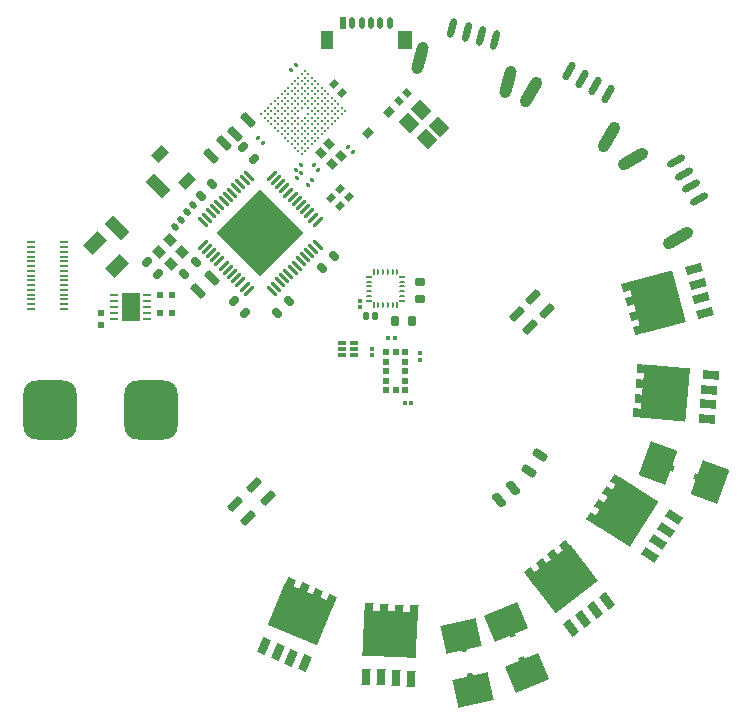
<source format=gtp>
G04 Layer_Color=8421504*
%FSLAX44Y44*%
%MOMM*%
G71*
G01*
G75*
%ADD10R,0.5080X0.6096*%
%ADD11R,0.7112X0.2032*%
%ADD12R,0.6096X0.5080*%
%ADD13R,0.7000X0.2500*%
%ADD14R,1.6500X2.3800*%
%ADD15R,0.7300X0.3500*%
G04:AMPARAMS|DCode=16|XSize=0.32mm|YSize=0.36mm|CornerRadius=0.08mm|HoleSize=0mm|Usage=FLASHONLY|Rotation=270.000|XOffset=0mm|YOffset=0mm|HoleType=Round|Shape=RoundedRectangle|*
%AMROUNDEDRECTD16*
21,1,0.3200,0.2000,0,0,270.0*
21,1,0.1600,0.3600,0,0,270.0*
1,1,0.1600,-0.1000,-0.0800*
1,1,0.1600,-0.1000,0.0800*
1,1,0.1600,0.1000,0.0800*
1,1,0.1600,0.1000,-0.0800*
%
%ADD16ROUNDEDRECTD16*%
G04:AMPARAMS|DCode=17|XSize=0.32mm|YSize=0.36mm|CornerRadius=0.08mm|HoleSize=0mm|Usage=FLASHONLY|Rotation=180.000|XOffset=0mm|YOffset=0mm|HoleType=Round|Shape=RoundedRectangle|*
%AMROUNDEDRECTD17*
21,1,0.3200,0.2000,0,0,180.0*
21,1,0.1600,0.3600,0,0,180.0*
1,1,0.1600,-0.0800,0.1000*
1,1,0.1600,0.0800,0.1000*
1,1,0.1600,0.0800,-0.1000*
1,1,0.1600,-0.0800,-0.1000*
%
%ADD17ROUNDEDRECTD17*%
%ADD18R,0.5000X0.5000*%
%ADD19R,0.5000X0.5000*%
%ADD20C,0.1905*%
G04:AMPARAMS|DCode=21|XSize=4.5mm|YSize=5mm|CornerRadius=1.125mm|HoleSize=0mm|Usage=FLASHONLY|Rotation=180.000|XOffset=0mm|YOffset=0mm|HoleType=Round|Shape=RoundedRectangle|*
%AMROUNDEDRECTD21*
21,1,4.5000,2.7500,0,0,180.0*
21,1,2.2500,5.0000,0,0,180.0*
1,1,2.2500,-1.1250,1.3750*
1,1,2.2500,1.1250,1.3750*
1,1,2.2500,1.1250,-1.3750*
1,1,2.2500,-1.1250,-1.3750*
%
%ADD21ROUNDEDRECTD21*%
G04:AMPARAMS|DCode=22|XSize=0.7112mm|YSize=1.3208mm|CornerRadius=0.1778mm|HoleSize=0mm|Usage=FLASHONLY|Rotation=220.000|XOffset=0mm|YOffset=0mm|HoleType=Round|Shape=RoundedRectangle|*
%AMROUNDEDRECTD22*
21,1,0.7112,0.9652,0,0,220.0*
21,1,0.3556,1.3208,0,0,220.0*
1,1,0.3556,-0.4464,0.2554*
1,1,0.3556,-0.1740,0.4840*
1,1,0.3556,0.4464,-0.2554*
1,1,0.3556,0.1740,-0.4840*
%
%ADD22ROUNDEDRECTD22*%
G04:AMPARAMS|DCode=23|XSize=2.8194mm|YSize=1.016mm|CornerRadius=0.508mm|HoleSize=0mm|Usage=FLASHONLY|Rotation=60.000|XOffset=0mm|YOffset=0mm|HoleType=Round|Shape=RoundedRectangle|*
%AMROUNDEDRECTD23*
21,1,2.8194,0.0000,0,0,60.0*
21,1,1.8034,1.0160,0,0,60.0*
1,1,1.0160,0.4508,0.7809*
1,1,1.0160,-0.4508,-0.7809*
1,1,1.0160,-0.4508,-0.7809*
1,1,1.0160,0.4508,0.7809*
%
%ADD23ROUNDEDRECTD23*%
G04:AMPARAMS|DCode=24|XSize=0.6096mm|YSize=1.7018mm|CornerRadius=0.3048mm|HoleSize=0mm|Usage=FLASHONLY|Rotation=330.000|XOffset=0mm|YOffset=0mm|HoleType=Round|Shape=RoundedRectangle|*
%AMROUNDEDRECTD24*
21,1,0.6096,1.0922,0,0,330.0*
21,1,0.0000,1.7018,0,0,330.0*
1,1,0.6096,-0.2731,-0.4729*
1,1,0.6096,-0.2731,-0.4729*
1,1,0.6096,0.2731,0.4729*
1,1,0.6096,0.2731,0.4729*
%
%ADD24ROUNDEDRECTD24*%
G04:AMPARAMS|DCode=25|XSize=2.8194mm|YSize=1.016mm|CornerRadius=0.508mm|HoleSize=0mm|Usage=FLASHONLY|Rotation=30.000|XOffset=0mm|YOffset=0mm|HoleType=Round|Shape=RoundedRectangle|*
%AMROUNDEDRECTD25*
21,1,2.8194,0.0000,0,0,30.0*
21,1,1.8034,1.0160,0,0,30.0*
1,1,1.0160,0.7809,0.4508*
1,1,1.0160,-0.7809,-0.4508*
1,1,1.0160,-0.7809,-0.4508*
1,1,1.0160,0.7809,0.4508*
%
%ADD25ROUNDEDRECTD25*%
G04:AMPARAMS|DCode=26|XSize=0.6096mm|YSize=1.7018mm|CornerRadius=0.3048mm|HoleSize=0mm|Usage=FLASHONLY|Rotation=300.000|XOffset=0mm|YOffset=0mm|HoleType=Round|Shape=RoundedRectangle|*
%AMROUNDEDRECTD26*
21,1,0.6096,1.0922,0,0,300.0*
21,1,0.0000,1.7018,0,0,300.0*
1,1,0.6096,-0.4729,-0.2731*
1,1,0.6096,-0.4729,-0.2731*
1,1,0.6096,0.4729,0.2731*
1,1,0.6096,0.4729,0.2731*
%
%ADD26ROUNDEDRECTD26*%
G04:AMPARAMS|DCode=27|XSize=2.8194mm|YSize=1.016mm|CornerRadius=0.508mm|HoleSize=0mm|Usage=FLASHONLY|Rotation=75.000|XOffset=0mm|YOffset=0mm|HoleType=Round|Shape=RoundedRectangle|*
%AMROUNDEDRECTD27*
21,1,2.8194,0.0000,0,0,75.0*
21,1,1.8034,1.0160,0,0,75.0*
1,1,1.0160,0.2334,0.8710*
1,1,1.0160,-0.2334,-0.8710*
1,1,1.0160,-0.2334,-0.8710*
1,1,1.0160,0.2334,0.8710*
%
%ADD27ROUNDEDRECTD27*%
G04:AMPARAMS|DCode=28|XSize=0.6096mm|YSize=1.7018mm|CornerRadius=0.3048mm|HoleSize=0mm|Usage=FLASHONLY|Rotation=345.000|XOffset=0mm|YOffset=0mm|HoleType=Round|Shape=RoundedRectangle|*
%AMROUNDEDRECTD28*
21,1,0.6096,1.0922,0,0,345.0*
21,1,0.0000,1.7018,0,0,345.0*
1,1,0.6096,-0.1413,-0.5275*
1,1,0.6096,-0.1413,-0.5275*
1,1,0.6096,0.1413,0.5275*
1,1,0.6096,0.1413,0.5275*
%
%ADD28ROUNDEDRECTD28*%
G04:AMPARAMS|DCode=29|XSize=0.508mm|YSize=0.6096mm|CornerRadius=0.127mm|HoleSize=0mm|Usage=FLASHONLY|Rotation=225.000|XOffset=0mm|YOffset=0mm|HoleType=Round|Shape=RoundedRectangle|*
%AMROUNDEDRECTD29*
21,1,0.5080,0.3556,0,0,225.0*
21,1,0.2540,0.6096,0,0,225.0*
1,1,0.2540,-0.2155,0.0359*
1,1,0.2540,-0.0359,0.2155*
1,1,0.2540,0.2155,-0.0359*
1,1,0.2540,0.0359,-0.2155*
%
%ADD29ROUNDEDRECTD29*%
G04:AMPARAMS|DCode=30|XSize=0.6096mm|YSize=0.9144mm|CornerRadius=0.1524mm|HoleSize=0mm|Usage=FLASHONLY|Rotation=135.000|XOffset=0mm|YOffset=0mm|HoleType=Round|Shape=RoundedRectangle|*
%AMROUNDEDRECTD30*
21,1,0.6096,0.6096,0,0,135.0*
21,1,0.3048,0.9144,0,0,135.0*
1,1,0.3048,0.1078,0.3233*
1,1,0.3048,0.3233,0.1078*
1,1,0.3048,-0.1078,-0.3233*
1,1,0.3048,-0.3233,-0.1078*
%
%ADD30ROUNDEDRECTD30*%
G04:AMPARAMS|DCode=31|XSize=0.6096mm|YSize=0.9144mm|CornerRadius=0.1524mm|HoleSize=0mm|Usage=FLASHONLY|Rotation=225.000|XOffset=0mm|YOffset=0mm|HoleType=Round|Shape=RoundedRectangle|*
%AMROUNDEDRECTD31*
21,1,0.6096,0.6096,0,0,225.0*
21,1,0.3048,0.9144,0,0,225.0*
1,1,0.3048,-0.3233,0.1078*
1,1,0.3048,-0.1078,0.3233*
1,1,0.3048,0.3233,-0.1078*
1,1,0.3048,0.1078,-0.3233*
%
%ADD31ROUNDEDRECTD31*%
G04:AMPARAMS|DCode=32|XSize=0.85mm|YSize=0.8mm|CornerRadius=0mm|HoleSize=0mm|Usage=FLASHONLY|Rotation=315.000|XOffset=0mm|YOffset=0mm|HoleType=Round|Shape=Rectangle|*
%AMROTATEDRECTD32*
4,1,4,-0.5834,0.0177,-0.0177,0.5834,0.5834,-0.0177,0.0177,-0.5834,-0.5834,0.0177,0.0*
%
%ADD32ROTATEDRECTD32*%

G04:AMPARAMS|DCode=33|XSize=0.508mm|YSize=0.6096mm|CornerRadius=0mm|HoleSize=0mm|Usage=FLASHONLY|Rotation=135.000|XOffset=0mm|YOffset=0mm|HoleType=Round|Shape=Rectangle|*
%AMROTATEDRECTD33*
4,1,4,0.3951,0.0359,-0.0359,-0.3951,-0.3951,-0.0359,0.0359,0.3951,0.3951,0.0359,0.0*
%
%ADD33ROTATEDRECTD33*%

G04:AMPARAMS|DCode=34|XSize=0.32mm|YSize=0.36mm|CornerRadius=0.08mm|HoleSize=0mm|Usage=FLASHONLY|Rotation=135.000|XOffset=0mm|YOffset=0mm|HoleType=Round|Shape=RoundedRectangle|*
%AMROUNDEDRECTD34*
21,1,0.3200,0.2000,0,0,135.0*
21,1,0.1600,0.3600,0,0,135.0*
1,1,0.1600,0.0141,0.1273*
1,1,0.1600,0.1273,0.0141*
1,1,0.1600,-0.0141,-0.1273*
1,1,0.1600,-0.1273,-0.0141*
%
%ADD34ROUNDEDRECTD34*%
G04:AMPARAMS|DCode=35|XSize=0.32mm|YSize=0.36mm|CornerRadius=0.08mm|HoleSize=0mm|Usage=FLASHONLY|Rotation=45.000|XOffset=0mm|YOffset=0mm|HoleType=Round|Shape=RoundedRectangle|*
%AMROUNDEDRECTD35*
21,1,0.3200,0.2000,0,0,45.0*
21,1,0.1600,0.3600,0,0,45.0*
1,1,0.1600,0.1273,-0.0141*
1,1,0.1600,0.0141,-0.1273*
1,1,0.1600,-0.1273,0.0141*
1,1,0.1600,-0.0141,0.1273*
%
%ADD35ROUNDEDRECTD35*%
G04:AMPARAMS|DCode=36|XSize=1.4mm|YSize=1.1mm|CornerRadius=0mm|HoleSize=0mm|Usage=FLASHONLY|Rotation=135.000|XOffset=0mm|YOffset=0mm|HoleType=Round|Shape=Rectangle|*
%AMROTATEDRECTD36*
4,1,4,0.8839,-0.1061,0.1061,-0.8839,-0.8839,0.1061,-0.1061,0.8839,0.8839,-0.1061,0.0*
%
%ADD36ROTATEDRECTD36*%

G04:AMPARAMS|DCode=37|XSize=0.7112mm|YSize=1.3208mm|CornerRadius=0.1778mm|HoleSize=0mm|Usage=FLASHONLY|Rotation=225.219|XOffset=0mm|YOffset=0mm|HoleType=Round|Shape=RoundedRectangle|*
%AMROUNDEDRECTD37*
21,1,0.7112,0.9652,0,0,225.2*
21,1,0.3556,1.3208,0,0,225.2*
1,1,0.3556,-0.4678,0.2137*
1,1,0.3556,-0.2173,0.4661*
1,1,0.3556,0.4678,-0.2137*
1,1,0.3556,0.2173,-0.4661*
%
%ADD37ROUNDEDRECTD37*%
G04:AMPARAMS|DCode=38|XSize=0.6096mm|YSize=0.9144mm|CornerRadius=0.1524mm|HoleSize=0mm|Usage=FLASHONLY|Rotation=90.000|XOffset=0mm|YOffset=0mm|HoleType=Round|Shape=RoundedRectangle|*
%AMROUNDEDRECTD38*
21,1,0.6096,0.6096,0,0,90.0*
21,1,0.3048,0.9144,0,0,90.0*
1,1,0.3048,0.3048,0.1524*
1,1,0.3048,0.3048,-0.1524*
1,1,0.3048,-0.3048,-0.1524*
1,1,0.3048,-0.3048,0.1524*
%
%ADD38ROUNDEDRECTD38*%
G04:AMPARAMS|DCode=40|XSize=3.05mm|YSize=2.4mm|CornerRadius=0mm|HoleSize=0mm|Usage=FLASHONLY|Rotation=192.500|XOffset=0mm|YOffset=0mm|HoleType=Round|Shape=Rectangle|*
%AMROTATEDRECTD40*
4,1,4,1.2291,1.5016,1.7486,-0.8415,-1.2291,-1.5016,-1.7486,0.8415,1.2291,1.5016,0.0*
%
%ADD40ROTATEDRECTD40*%

%ADD41P,0.7071X4X237.5*%
G04:AMPARAMS|DCode=42|XSize=0.7112mm|YSize=1.3208mm|CornerRadius=0.1778mm|HoleSize=0mm|Usage=FLASHONLY|Rotation=315.000|XOffset=0mm|YOffset=0mm|HoleType=Round|Shape=RoundedRectangle|*
%AMROUNDEDRECTD42*
21,1,0.7112,0.9652,0,0,315.0*
21,1,0.3556,1.3208,0,0,315.0*
1,1,0.3556,-0.2155,-0.4670*
1,1,0.3556,-0.4670,-0.2155*
1,1,0.3556,0.2155,0.4670*
1,1,0.3556,0.4670,0.2155*
%
%ADD42ROUNDEDRECTD42*%
G04:AMPARAMS|DCode=43|XSize=0.7112mm|YSize=1.3208mm|CornerRadius=0.1778mm|HoleSize=0mm|Usage=FLASHONLY|Rotation=315.000|XOffset=0mm|YOffset=0mm|HoleType=Round|Shape=RoundedRectangle|*
%AMROUNDEDRECTD43*
21,1,0.7112,0.9652,0,0,315.0*
21,1,0.3556,1.3208,0,0,315.0*
1,1,0.3556,-0.2155,-0.4670*
1,1,0.3556,-0.4670,-0.2155*
1,1,0.3556,0.2155,0.4670*
1,1,0.3556,0.4670,0.2155*
%
%ADD43ROUNDEDRECTD43*%
G04:AMPARAMS|DCode=45|XSize=3.05mm|YSize=2.4mm|CornerRadius=0mm|HoleSize=0mm|Usage=FLASHONLY|Rotation=250.000|XOffset=0mm|YOffset=0mm|HoleType=Round|Shape=Rectangle|*
%AMROTATEDRECTD45*
4,1,4,-0.6060,1.8435,1.6492,1.0226,0.6060,-1.8435,-1.6492,-1.0226,-0.6060,1.8435,0.0*
%
%ADD45ROTATEDRECTD45*%

%ADD46P,0.7071X4X295.0*%
G04:AMPARAMS|DCode=47|XSize=3.85mm|YSize=4.52mm|CornerRadius=0mm|HoleSize=0mm|Usage=FLASHONLY|Rotation=194.898|XOffset=0mm|YOffset=0mm|HoleType=Round|Shape=Rectangle|*
%AMROTATEDRECTD47*
4,1,4,1.2793,2.6789,2.4413,-1.6891,-1.2793,-2.6789,-2.4413,1.6891,1.2793,2.6789,0.0*
%
%ADD47ROTATEDRECTD47*%

G04:AMPARAMS|DCode=48|XSize=0.71mm|YSize=1.37mm|CornerRadius=0mm|HoleSize=0mm|Usage=FLASHONLY|Rotation=284.898|XOffset=0mm|YOffset=0mm|HoleType=Round|Shape=Rectangle|*
%AMROTATEDRECTD48*
4,1,4,-0.7532,0.1669,0.5707,0.5192,0.7532,-0.1669,-0.5707,-0.5192,-0.7532,0.1669,0.0*
%
%ADD48ROTATEDRECTD48*%

G04:AMPARAMS|DCode=50|XSize=0.7112mm|YSize=1.3208mm|CornerRadius=0.1778mm|HoleSize=0mm|Usage=FLASHONLY|Rotation=55.000|XOffset=0mm|YOffset=0mm|HoleType=Round|Shape=RoundedRectangle|*
%AMROUNDEDRECTD50*
21,1,0.7112,0.9652,0,0,55.0*
21,1,0.3556,1.3208,0,0,55.0*
1,1,0.3556,0.4973,-0.1312*
1,1,0.3556,0.2933,-0.4224*
1,1,0.3556,-0.4973,0.1312*
1,1,0.3556,-0.2933,0.4224*
%
%ADD50ROUNDEDRECTD50*%
G04:AMPARAMS|DCode=51|XSize=0.75mm|YSize=0.6mm|CornerRadius=0mm|HoleSize=0mm|Usage=FLASHONLY|Rotation=315.000|XOffset=0mm|YOffset=0mm|HoleType=Round|Shape=Rectangle|*
%AMROTATEDRECTD51*
4,1,4,-0.4773,0.0530,-0.0530,0.4773,0.4773,-0.0530,0.0530,-0.4773,-0.4773,0.0530,0.0*
%
%ADD51ROTATEDRECTD51*%

G04:AMPARAMS|DCode=52|XSize=0.457mm|YSize=0.2286mm|CornerRadius=0.08mm|HoleSize=0mm|Usage=FLASHONLY|Rotation=270.000|XOffset=0mm|YOffset=0mm|HoleType=Round|Shape=RoundedRectangle|*
%AMROUNDEDRECTD52*
21,1,0.4570,0.0686,0,0,270.0*
21,1,0.2970,0.2286,0,0,270.0*
1,1,0.1600,-0.0343,-0.1485*
1,1,0.1600,-0.0343,0.1485*
1,1,0.1600,0.0343,0.1485*
1,1,0.1600,0.0343,-0.1485*
%
%ADD52ROUNDEDRECTD52*%
G04:AMPARAMS|DCode=53|XSize=0.457mm|YSize=0.2286mm|CornerRadius=0.0571mm|HoleSize=0mm|Usage=FLASHONLY|Rotation=270.000|XOffset=0mm|YOffset=0mm|HoleType=Round|Shape=RoundedRectangle|*
%AMROUNDEDRECTD53*
21,1,0.4570,0.1143,0,0,270.0*
21,1,0.3427,0.2286,0,0,270.0*
1,1,0.1143,-0.0571,-0.1714*
1,1,0.1143,-0.0571,0.1714*
1,1,0.1143,0.0571,0.1714*
1,1,0.1143,0.0571,-0.1714*
%
%ADD53ROUNDEDRECTD53*%
G04:AMPARAMS|DCode=54|XSize=0.457mm|YSize=0.2286mm|CornerRadius=0.1029mm|HoleSize=0mm|Usage=FLASHONLY|Rotation=270.000|XOffset=0mm|YOffset=0mm|HoleType=Round|Shape=RoundedRectangle|*
%AMROUNDEDRECTD54*
21,1,0.4570,0.0229,0,0,270.0*
21,1,0.2513,0.2286,0,0,270.0*
1,1,0.2057,-0.0114,-0.1256*
1,1,0.2057,-0.0114,0.1256*
1,1,0.2057,0.0114,0.1256*
1,1,0.2057,0.0114,-0.1256*
%
%ADD54ROUNDEDRECTD54*%
G04:AMPARAMS|DCode=55|XSize=0.457mm|YSize=0.2286mm|CornerRadius=0.08mm|HoleSize=0mm|Usage=FLASHONLY|Rotation=0.000|XOffset=0mm|YOffset=0mm|HoleType=Round|Shape=RoundedRectangle|*
%AMROUNDEDRECTD55*
21,1,0.4570,0.0686,0,0,0.0*
21,1,0.2970,0.2286,0,0,0.0*
1,1,0.1600,0.1485,-0.0343*
1,1,0.1600,-0.1485,-0.0343*
1,1,0.1600,-0.1485,0.0343*
1,1,0.1600,0.1485,0.0343*
%
%ADD55ROUNDEDRECTD55*%
G04:AMPARAMS|DCode=56|XSize=0.457mm|YSize=0.2286mm|CornerRadius=0.0571mm|HoleSize=0mm|Usage=FLASHONLY|Rotation=0.000|XOffset=0mm|YOffset=0mm|HoleType=Round|Shape=RoundedRectangle|*
%AMROUNDEDRECTD56*
21,1,0.4570,0.1143,0,0,0.0*
21,1,0.3427,0.2286,0,0,0.0*
1,1,0.1143,0.1714,-0.0571*
1,1,0.1143,-0.1714,-0.0571*
1,1,0.1143,-0.1714,0.0571*
1,1,0.1143,0.1714,0.0571*
%
%ADD56ROUNDEDRECTD56*%
%ADD57P,7.3115X4X90.0*%
G04:AMPARAMS|DCode=58|XSize=0.25mm|YSize=1.25mm|CornerRadius=0mm|HoleSize=0mm|Usage=FLASHONLY|Rotation=45.000|XOffset=0mm|YOffset=0mm|HoleType=Round|Shape=Round|*
%AMOVALD58*
21,1,1.0000,0.2500,0.0000,0.0000,135.0*
1,1,0.2500,0.3535,-0.3535*
1,1,0.2500,-0.3535,0.3535*
%
%ADD58OVALD58*%

G04:AMPARAMS|DCode=59|XSize=0.25mm|YSize=1.25mm|CornerRadius=0mm|HoleSize=0mm|Usage=FLASHONLY|Rotation=135.000|XOffset=0mm|YOffset=0mm|HoleType=Round|Shape=Round|*
%AMOVALD59*
21,1,1.0000,0.2500,0.0000,0.0000,225.0*
1,1,0.2500,0.3535,0.3535*
1,1,0.2500,-0.3535,-0.3535*
%
%ADD59OVALD59*%

G04:AMPARAMS|DCode=60|XSize=0.508mm|YSize=0.6096mm|CornerRadius=0mm|HoleSize=0mm|Usage=FLASHONLY|Rotation=225.000|XOffset=0mm|YOffset=0mm|HoleType=Round|Shape=Rectangle|*
%AMROTATEDRECTD60*
4,1,4,-0.0359,0.3951,0.3951,-0.0359,0.0359,-0.3951,-0.3951,0.0359,-0.0359,0.3951,0.0*
%
%ADD60ROTATEDRECTD60*%

G04:AMPARAMS|DCode=61|XSize=3.05mm|YSize=2.4mm|CornerRadius=0mm|HoleSize=0mm|Usage=FLASHONLY|Rotation=202.500|XOffset=0mm|YOffset=0mm|HoleType=Round|Shape=Rectangle|*
%AMROTATEDRECTD61*
4,1,4,0.9497,1.6923,1.8681,-0.5251,-0.9497,-1.6923,-1.8681,0.5251,0.9497,1.6923,0.0*
%
%ADD61ROTATEDRECTD61*%

%ADD62P,0.7071X4X247.5*%
G04:AMPARAMS|DCode=63|XSize=3.85mm|YSize=4.52mm|CornerRadius=0mm|HoleSize=0mm|Usage=FLASHONLY|Rotation=147.500|XOffset=0mm|YOffset=0mm|HoleType=Round|Shape=Rectangle|*
%AMROTATEDRECTD63*
4,1,4,2.8378,0.8718,0.4092,-2.9404,-2.8378,-0.8718,-0.4092,2.9404,2.8378,0.8718,0.0*
%
%ADD63ROTATEDRECTD63*%

G04:AMPARAMS|DCode=64|XSize=0.71mm|YSize=1.37mm|CornerRadius=0mm|HoleSize=0mm|Usage=FLASHONLY|Rotation=237.500|XOffset=0mm|YOffset=0mm|HoleType=Round|Shape=Rectangle|*
%AMROTATEDRECTD64*
4,1,4,-0.3870,0.6674,0.7685,-0.0687,0.3870,-0.6674,-0.7685,0.0687,-0.3870,0.6674,0.0*
%
%ADD64ROTATEDRECTD64*%

%ADD65R,1.2000X1.5000*%
G04:AMPARAMS|DCode=66|XSize=0.5mm|YSize=1mm|CornerRadius=0.25mm|HoleSize=0mm|Usage=FLASHONLY|Rotation=180.000|XOffset=0mm|YOffset=0mm|HoleType=Round|Shape=RoundedRectangle|*
%AMROUNDEDRECTD66*
21,1,0.5000,0.5000,0,0,180.0*
21,1,0.0000,1.0000,0,0,180.0*
1,1,0.5000,0.0000,0.2500*
1,1,0.5000,0.0000,0.2500*
1,1,0.5000,0.0000,-0.2500*
1,1,0.5000,0.0000,-0.2500*
%
%ADD66ROUNDEDRECTD66*%
%ADD67R,0.5000X1.0000*%
%ADD68R,1.0000X1.5000*%
G04:AMPARAMS|DCode=69|XSize=1mm|YSize=2mm|CornerRadius=0mm|HoleSize=0mm|Usage=FLASHONLY|Rotation=45.000|XOffset=0mm|YOffset=0mm|HoleType=Round|Shape=Rectangle|*
%AMROTATEDRECTD69*
4,1,4,0.3535,-1.0607,-1.0607,0.3535,-0.3535,1.0607,1.0607,-0.3535,0.3535,-1.0607,0.0*
%
%ADD69ROTATEDRECTD69*%

G04:AMPARAMS|DCode=70|XSize=0.8128mm|YSize=0.6096mm|CornerRadius=0mm|HoleSize=0mm|Usage=FLASHONLY|Rotation=225.000|XOffset=0mm|YOffset=0mm|HoleType=Round|Shape=Rectangle|*
%AMROTATEDRECTD70*
4,1,4,0.0718,0.5029,0.5029,0.0718,-0.0718,-0.5029,-0.5029,-0.0718,0.0718,0.5029,0.0*
%
%ADD70ROTATEDRECTD70*%

G04:AMPARAMS|DCode=71|XSize=0.915mm|YSize=1.22mm|CornerRadius=0mm|HoleSize=0mm|Usage=FLASHONLY|Rotation=315.000|XOffset=0mm|YOffset=0mm|HoleType=Round|Shape=Rectangle|*
%AMROTATEDRECTD71*
4,1,4,-0.7548,-0.1078,0.1078,0.7548,0.7548,0.1078,-0.1078,-0.7548,-0.7548,-0.1078,0.0*
%
%ADD71ROTATEDRECTD71*%

G04:AMPARAMS|DCode=72|XSize=0.508mm|YSize=0.6096mm|CornerRadius=0.127mm|HoleSize=0mm|Usage=FLASHONLY|Rotation=180.000|XOffset=0mm|YOffset=0mm|HoleType=Round|Shape=RoundedRectangle|*
%AMROUNDEDRECTD72*
21,1,0.5080,0.3556,0,0,180.0*
21,1,0.2540,0.6096,0,0,180.0*
1,1,0.2540,-0.1270,0.1778*
1,1,0.2540,0.1270,0.1778*
1,1,0.2540,0.1270,-0.1778*
1,1,0.2540,-0.1270,-0.1778*
%
%ADD72ROUNDEDRECTD72*%
G04:AMPARAMS|DCode=73|XSize=0.6096mm|YSize=0.9144mm|CornerRadius=0.1524mm|HoleSize=0mm|Usage=FLASHONLY|Rotation=0.000|XOffset=0mm|YOffset=0mm|HoleType=Round|Shape=RoundedRectangle|*
%AMROUNDEDRECTD73*
21,1,0.6096,0.6096,0,0,0.0*
21,1,0.3048,0.9144,0,0,0.0*
1,1,0.3048,0.1524,-0.3048*
1,1,0.3048,-0.1524,-0.3048*
1,1,0.3048,-0.1524,0.3048*
1,1,0.3048,0.1524,0.3048*
%
%ADD73ROUNDEDRECTD73*%
G04:AMPARAMS|DCode=74|XSize=0.7112mm|YSize=1.3208mm|CornerRadius=0.1778mm|HoleSize=0mm|Usage=FLASHONLY|Rotation=225.000|XOffset=0mm|YOffset=0mm|HoleType=Round|Shape=RoundedRectangle|*
%AMROUNDEDRECTD74*
21,1,0.7112,0.9652,0,0,225.0*
21,1,0.3556,1.3208,0,0,225.0*
1,1,0.3556,-0.4670,0.2155*
1,1,0.3556,-0.2155,0.4670*
1,1,0.3556,0.4670,-0.2155*
1,1,0.3556,0.2155,-0.4670*
%
%ADD74ROUNDEDRECTD74*%
G04:AMPARAMS|DCode=75|XSize=1.75mm|YSize=1.1mm|CornerRadius=0mm|HoleSize=0mm|Usage=FLASHONLY|Rotation=45.000|XOffset=0mm|YOffset=0mm|HoleType=Round|Shape=Rectangle|*
%AMROTATEDRECTD75*
4,1,4,-0.2298,-1.0076,-1.0076,-0.2298,0.2298,1.0076,1.0076,0.2298,-0.2298,-1.0076,0.0*
%
%ADD75ROTATEDRECTD75*%

G04:AMPARAMS|DCode=76|XSize=3.85mm|YSize=4.52mm|CornerRadius=0mm|HoleSize=0mm|Usage=FLASHONLY|Rotation=87.500|XOffset=0mm|YOffset=0mm|HoleType=Round|Shape=Rectangle|*
%AMROTATEDRECTD76*
4,1,4,2.1739,-2.0217,-2.3418,-1.8246,-2.1739,2.0217,2.3418,1.8246,2.1739,-2.0217,0.0*
%
%ADD76ROTATEDRECTD76*%

G04:AMPARAMS|DCode=77|XSize=0.71mm|YSize=1.37mm|CornerRadius=0mm|HoleSize=0mm|Usage=FLASHONLY|Rotation=177.500|XOffset=0mm|YOffset=0mm|HoleType=Round|Shape=Rectangle|*
%AMROTATEDRECTD77*
4,1,4,0.3845,0.6689,0.3248,-0.6998,-0.3845,-0.6689,-0.3248,0.6998,0.3845,0.6689,0.0*
%
%ADD77ROTATEDRECTD77*%

G04:AMPARAMS|DCode=78|XSize=3.85mm|YSize=4.52mm|CornerRadius=0mm|HoleSize=0mm|Usage=FLASHONLY|Rotation=127.500|XOffset=0mm|YOffset=0mm|HoleType=Round|Shape=Rectangle|*
%AMROTATEDRECTD78*
4,1,4,2.9649,-0.1514,-0.6211,-2.9030,-2.9649,0.1514,0.6211,2.9030,2.9649,-0.1514,0.0*
%
%ADD78ROTATEDRECTD78*%

G04:AMPARAMS|DCode=79|XSize=0.71mm|YSize=1.37mm|CornerRadius=0mm|HoleSize=0mm|Usage=FLASHONLY|Rotation=217.500|XOffset=0mm|YOffset=0mm|HoleType=Round|Shape=Rectangle|*
%AMROTATEDRECTD79*
4,1,4,-0.1354,0.7596,0.6986,-0.3273,0.1354,-0.7596,-0.6986,0.3273,-0.1354,0.7596,0.0*
%
%ADD79ROTATEDRECTD79*%

G04:AMPARAMS|DCode=80|XSize=3.85mm|YSize=4.52mm|CornerRadius=0mm|HoleSize=0mm|Usage=FLASHONLY|Rotation=174.830|XOffset=0mm|YOffset=0mm|HoleType=Round|Shape=Rectangle|*
%AMROTATEDRECTD80*
4,1,4,2.1208,2.0773,1.7135,-2.4243,-2.1208,-2.0773,-1.7135,2.4243,2.1208,2.0773,0.0*
%
%ADD80ROTATEDRECTD80*%

G04:AMPARAMS|DCode=81|XSize=0.71mm|YSize=1.37mm|CornerRadius=0mm|HoleSize=0mm|Usage=FLASHONLY|Rotation=264.830|XOffset=0mm|YOffset=0mm|HoleType=Round|Shape=Rectangle|*
%AMROTATEDRECTD81*
4,1,4,-0.6502,0.4153,0.7142,0.2918,0.6502,-0.4153,-0.7142,-0.2918,-0.6502,0.4153,0.0*
%
%ADD81ROTATEDRECTD81*%

G04:AMPARAMS|DCode=82|XSize=3.85mm|YSize=4.52mm|CornerRadius=0mm|HoleSize=0mm|Usage=FLASHONLY|Rotation=67.602|XOffset=0mm|YOffset=0mm|HoleType=Round|Shape=Rectangle|*
%AMROTATEDRECTD82*
4,1,4,1.3560,-2.6409,-2.8230,-0.9186,-1.3560,2.6409,2.8230,0.9186,1.3560,-2.6409,0.0*
%
%ADD82ROTATEDRECTD82*%

G04:AMPARAMS|DCode=83|XSize=0.71mm|YSize=1.37mm|CornerRadius=0mm|HoleSize=0mm|Usage=FLASHONLY|Rotation=157.602|XOffset=0mm|YOffset=0mm|HoleType=Round|Shape=Rectangle|*
%AMROTATEDRECTD83*
4,1,4,0.5892,0.4980,0.0672,-0.7686,-0.5892,-0.4980,-0.0672,0.7686,0.5892,0.4980,0.0*
%
%ADD83ROTATEDRECTD83*%

D10*
X775970Y735330D02*
D03*
X765890D02*
D03*
X775970Y720090D02*
D03*
X765890D02*
D03*
D11*
X656060Y723646D02*
D03*
X656060Y727456D02*
D03*
X656060Y731520D02*
D03*
X684276Y723646D02*
D03*
X684276Y727456D02*
D03*
X684276Y731520D02*
D03*
X656060Y735584D02*
D03*
X684276D02*
D03*
X656060Y739648D02*
D03*
X684276Y739648D02*
D03*
X684276Y759680D02*
D03*
X656060Y759680D02*
D03*
X684276Y755680D02*
D03*
X656060Y755680D02*
D03*
X684276Y751680D02*
D03*
X656060Y751680D02*
D03*
X684276Y747680D02*
D03*
X656060Y747680D02*
D03*
X684276Y743680D02*
D03*
X656060Y743680D02*
D03*
X684276Y779712D02*
D03*
X656060Y779712D02*
D03*
X684276Y775712D02*
D03*
X656060Y775712D02*
D03*
X684276Y771712D02*
D03*
X656060Y771712D02*
D03*
X684276Y767712D02*
D03*
X656060Y767712D02*
D03*
X684276Y763712D02*
D03*
X656060Y763712D02*
D03*
D12*
X715518Y709850D02*
D03*
Y719930D02*
D03*
D13*
X726680Y735090D02*
D03*
Y730090D02*
D03*
Y725090D02*
D03*
Y720090D02*
D03*
Y715090D02*
D03*
X754380Y735090D02*
D03*
Y730090D02*
D03*
Y725090D02*
D03*
Y720090D02*
D03*
Y715090D02*
D03*
D14*
X740530Y725090D02*
D03*
D15*
X929910Y684610D02*
D03*
Y689610D02*
D03*
Y694610D02*
D03*
X919210Y684610D02*
D03*
Y689610D02*
D03*
Y694610D02*
D03*
D16*
X985520Y686060D02*
D03*
Y680460D02*
D03*
X944880Y689870D02*
D03*
Y684270D02*
D03*
X934720Y724910D02*
D03*
Y730510D02*
D03*
D17*
X978160Y643890D02*
D03*
X972560D02*
D03*
X958590Y698500D02*
D03*
X964190D02*
D03*
D18*
X965200Y654560D02*
D03*
Y686560D02*
D03*
D19*
X973200Y654560D02*
D03*
Y662560D02*
D03*
Y670560D02*
D03*
Y678560D02*
D03*
Y686560D02*
D03*
X957200D02*
D03*
Y678560D02*
D03*
Y670560D02*
D03*
Y662560D02*
D03*
Y654560D02*
D03*
D20*
X885351Y854212D02*
D03*
X882523Y857040D02*
D03*
X879694Y859869D02*
D03*
X876866Y862697D02*
D03*
X874037Y865526D02*
D03*
X871209Y868354D02*
D03*
X868380Y871182D02*
D03*
X865552Y874011D02*
D03*
X862723Y876839D02*
D03*
X859895Y879668D02*
D03*
X857067Y882496D02*
D03*
X854238Y885324D02*
D03*
X851410Y888153D02*
D03*
X888179Y857040D02*
D03*
X885351Y859869D02*
D03*
X882523Y862697D02*
D03*
X879694Y865526D02*
D03*
X876866Y868354D02*
D03*
X874037Y871182D02*
D03*
X871209Y874011D02*
D03*
X868380Y876839D02*
D03*
X865552Y879668D02*
D03*
X862723Y882496D02*
D03*
X859895Y885324D02*
D03*
X857067Y888153D02*
D03*
X854238Y890981D02*
D03*
X891008Y859869D02*
D03*
X888179Y862697D02*
D03*
X885351Y865526D02*
D03*
X882523Y868354D02*
D03*
X879694Y871182D02*
D03*
X876866Y874011D02*
D03*
X874037Y876839D02*
D03*
X871209Y879668D02*
D03*
X868380Y882496D02*
D03*
X865552Y885324D02*
D03*
X862723Y888153D02*
D03*
X859895Y890981D02*
D03*
X857067Y893810D02*
D03*
X893836Y862697D02*
D03*
X891008Y865526D02*
D03*
X888179Y868354D02*
D03*
X885351Y871182D02*
D03*
X882523Y874011D02*
D03*
X879694Y876839D02*
D03*
X876866Y879668D02*
D03*
X874037Y882496D02*
D03*
X871209Y885324D02*
D03*
X868380Y888153D02*
D03*
X865552Y890981D02*
D03*
X862723Y893810D02*
D03*
X859895Y896638D02*
D03*
X896665Y865526D02*
D03*
X893836Y868354D02*
D03*
X891008Y871182D02*
D03*
X888179Y874011D02*
D03*
X885351Y876839D02*
D03*
X882523Y879668D02*
D03*
X879694Y882496D02*
D03*
X876866Y885324D02*
D03*
X874037Y888153D02*
D03*
X871209Y890981D02*
D03*
X868380Y893810D02*
D03*
X865552Y896638D02*
D03*
X862723Y899467D02*
D03*
X899493Y868354D02*
D03*
X896665Y871182D02*
D03*
X893836Y874011D02*
D03*
X891008Y876839D02*
D03*
X888179Y879668D02*
D03*
X885351Y882496D02*
D03*
X882523Y885324D02*
D03*
X879694Y888153D02*
D03*
X876866Y890981D02*
D03*
X874037Y893810D02*
D03*
X871209Y896638D02*
D03*
X868380Y899467D02*
D03*
X865552Y902295D02*
D03*
X902321Y871182D02*
D03*
X899493Y874011D02*
D03*
X896665Y876839D02*
D03*
X893836Y879668D02*
D03*
X891008Y882496D02*
D03*
X888179Y885324D02*
D03*
X882523Y890981D02*
D03*
X879694Y893810D02*
D03*
X876866Y896638D02*
D03*
X874037Y899467D02*
D03*
X871209Y902295D02*
D03*
X868380Y905124D02*
D03*
X905150Y874011D02*
D03*
X902321Y876839D02*
D03*
X899493Y879668D02*
D03*
X896665Y882496D02*
D03*
X893836Y885324D02*
D03*
X891008Y888153D02*
D03*
X885351Y893810D02*
D03*
X882523Y896638D02*
D03*
X879694Y899467D02*
D03*
X876866Y902295D02*
D03*
X874037Y905124D02*
D03*
X871209Y907952D02*
D03*
X907978Y876839D02*
D03*
X905150Y879668D02*
D03*
X902321Y882496D02*
D03*
X899493Y885324D02*
D03*
X896665Y888153D02*
D03*
X893836Y890981D02*
D03*
X891008Y893810D02*
D03*
X888179Y896638D02*
D03*
X885351Y899467D02*
D03*
X882523Y902295D02*
D03*
X879694Y905124D02*
D03*
X876866Y907952D02*
D03*
X874037Y910780D02*
D03*
X910807Y879668D02*
D03*
X907978Y882496D02*
D03*
X905150Y885324D02*
D03*
X902321Y888153D02*
D03*
X899493Y890981D02*
D03*
X896665Y893810D02*
D03*
X893836Y896638D02*
D03*
X891008Y899467D02*
D03*
X888179Y902295D02*
D03*
X885351Y905124D02*
D03*
X882523Y907952D02*
D03*
X879694Y910780D02*
D03*
X876866Y913609D02*
D03*
X913635Y882496D02*
D03*
X910807Y885324D02*
D03*
X907978Y888153D02*
D03*
X905150Y890981D02*
D03*
X902321Y893810D02*
D03*
X899493Y896638D02*
D03*
X896665Y899467D02*
D03*
X893836Y902295D02*
D03*
X891008Y905124D02*
D03*
X888179Y907952D02*
D03*
X885351Y910780D02*
D03*
X882523Y913609D02*
D03*
X879694Y916437D02*
D03*
X916464Y885324D02*
D03*
X913635Y888153D02*
D03*
X910807Y890981D02*
D03*
X907978Y893810D02*
D03*
X905150Y896638D02*
D03*
X902321Y899467D02*
D03*
X899493Y902295D02*
D03*
X896665Y905124D02*
D03*
X893836Y907952D02*
D03*
X891008Y910780D02*
D03*
X888179Y913609D02*
D03*
X885351Y916437D02*
D03*
X882523Y919266D02*
D03*
X919292Y888153D02*
D03*
X916464Y890981D02*
D03*
X913635Y893810D02*
D03*
X910807Y896638D02*
D03*
X907978Y899467D02*
D03*
X905150Y902295D02*
D03*
X902321Y905124D02*
D03*
X899493Y907952D02*
D03*
X896665Y910780D02*
D03*
X893836Y913609D02*
D03*
X891008Y916437D02*
D03*
X888179Y919266D02*
D03*
X885351Y922094D02*
D03*
X922121Y890981D02*
D03*
X919292Y893810D02*
D03*
X916464Y896638D02*
D03*
X913635Y899467D02*
D03*
X910807Y902295D02*
D03*
X907978Y905124D02*
D03*
X905150Y907952D02*
D03*
X902321Y910780D02*
D03*
X899493Y913609D02*
D03*
X896665Y916437D02*
D03*
X893836Y919266D02*
D03*
X891008Y922094D02*
D03*
X888179Y924922D02*
D03*
D21*
X672510Y637540D02*
D03*
X757510Y637540D02*
D03*
D22*
X1064573Y571742D02*
D03*
X1052317Y561457D02*
D03*
D23*
X1079199Y906982D02*
D03*
X1145540Y868680D02*
D03*
D24*
X1111887Y924483D02*
D03*
X1122665Y918260D02*
D03*
X1133577Y911960D02*
D03*
X1144402Y905710D02*
D03*
D25*
X1165658Y849931D02*
D03*
X1203960Y783590D02*
D03*
D26*
X1202717Y848743D02*
D03*
X1208940Y837965D02*
D03*
X1215240Y827053D02*
D03*
X1221490Y816227D02*
D03*
D27*
X986017Y935648D02*
D03*
X1060011Y915822D02*
D03*
D28*
X1013062Y961013D02*
D03*
X1025083Y957792D02*
D03*
X1037254Y954530D02*
D03*
X1049328Y951295D02*
D03*
D29*
X777836Y793131D02*
D03*
X783493Y798788D02*
D03*
X793653Y811488D02*
D03*
X787996Y805831D02*
D03*
D30*
X764024Y752910D02*
D03*
X754125Y762810D02*
D03*
X827785Y729790D02*
D03*
X837684Y719890D02*
D03*
X845304Y850700D02*
D03*
X835405Y860600D02*
D03*
D31*
X795774Y762810D02*
D03*
X785875Y752910D02*
D03*
X799845Y818950D02*
D03*
X809744Y828849D02*
D03*
X874514Y729790D02*
D03*
X864615Y719890D02*
D03*
X902715Y757990D02*
D03*
X912614Y767889D02*
D03*
D32*
X764285Y771960D02*
D03*
X774184Y781860D02*
D03*
X784344Y771700D02*
D03*
X774445Y761800D02*
D03*
D33*
X925170Y817824D02*
D03*
X918042Y824952D02*
D03*
X917550Y810204D02*
D03*
X910422Y817332D02*
D03*
X912714Y913456D02*
D03*
X919841Y906329D02*
D03*
D34*
X848535Y867790D02*
D03*
X852494Y863830D02*
D03*
X895708Y845114D02*
D03*
X899668Y841154D02*
D03*
X924735Y860170D02*
D03*
X928694Y856210D02*
D03*
D35*
X880434Y930020D02*
D03*
X876475Y926060D02*
D03*
X884630Y845260D02*
D03*
X880670Y841300D02*
D03*
X894404Y832230D02*
D03*
X890445Y828270D02*
D03*
X881179Y834244D02*
D03*
X885138Y838204D02*
D03*
D36*
X991261Y866857D02*
D03*
X1001868Y877463D02*
D03*
X976021Y880827D02*
D03*
X986628Y891433D02*
D03*
D37*
X819705Y864199D02*
D03*
X808435Y852841D02*
D03*
X828763Y871884D02*
D03*
X840018Y883256D02*
D03*
D38*
X985520Y732140D02*
D03*
X985520Y746140D02*
D03*
D40*
X1020169Y446634D02*
D03*
X1030342Y400748D02*
D03*
D41*
X1028043Y412273D02*
D03*
X1022957Y435216D02*
D03*
D42*
X845243Y574617D02*
D03*
X856557Y563303D02*
D03*
X1078807Y708083D02*
D03*
X1067493Y719397D02*
D03*
X1081463Y733367D02*
D03*
X1092777Y722053D02*
D03*
D43*
X828733Y558107D02*
D03*
X840047Y546793D02*
D03*
D45*
X1186879Y592834D02*
D03*
X1231045Y576759D02*
D03*
D46*
X1220089Y581013D02*
D03*
X1198006Y589051D02*
D03*
D47*
X1186278Y729135D02*
D03*
D48*
X1173587Y706046D02*
D03*
X1170322Y718319D02*
D03*
X1167057Y730592D02*
D03*
X1163792Y742865D02*
D03*
X1217330Y757109D02*
D03*
X1220595Y744836D02*
D03*
X1223860Y732562D02*
D03*
X1227125Y720290D02*
D03*
D50*
X1078046Y586445D02*
D03*
X1087224Y599552D02*
D03*
D51*
X901896Y855617D02*
D03*
X908967Y862688D02*
D03*
X911442Y846071D02*
D03*
X918513Y853142D02*
D03*
D52*
X946310Y754410D02*
D03*
X966470Y726410D02*
D03*
X946310Y726410D02*
D03*
D53*
X950310Y754410D02*
D03*
X954310Y754410D02*
D03*
X958342D02*
D03*
X962406D02*
D03*
Y726410D02*
D03*
X958342Y726410D02*
D03*
X954310D02*
D03*
X950310Y726410D02*
D03*
D54*
X966470Y754410D02*
D03*
D55*
X970310Y750570D02*
D03*
X970310Y730410D02*
D03*
X942310D02*
D03*
Y750570D02*
D03*
D56*
X970310Y746506D02*
D03*
X970310Y742442D02*
D03*
Y738410D02*
D03*
X970310Y734410D02*
D03*
X942310Y734410D02*
D03*
X942310Y738410D02*
D03*
Y742442D02*
D03*
Y746506D02*
D03*
D57*
X850300Y787454D02*
D03*
D58*
X801686Y797177D02*
D03*
X805222Y800712D02*
D03*
X808757Y804248D02*
D03*
X812293Y807783D02*
D03*
X815828Y811319D02*
D03*
X819364Y814854D02*
D03*
X822899Y818390D02*
D03*
X826435Y821925D02*
D03*
X829970Y825461D02*
D03*
X833506Y828996D02*
D03*
X837041Y832532D02*
D03*
X840577Y836067D02*
D03*
X898913Y777731D02*
D03*
X895378Y774196D02*
D03*
X891842Y770660D02*
D03*
X888307Y767124D02*
D03*
X884771Y763589D02*
D03*
X881236Y760053D02*
D03*
X877700Y756518D02*
D03*
X874165Y752982D02*
D03*
X870629Y749447D02*
D03*
X867094Y745911D02*
D03*
X863558Y742376D02*
D03*
X860023Y738840D02*
D03*
D59*
Y836067D02*
D03*
X863558Y832532D02*
D03*
X867094Y828996D02*
D03*
X870629Y825461D02*
D03*
X874165Y821925D02*
D03*
X877700Y818390D02*
D03*
X881236Y814854D02*
D03*
X884771Y811319D02*
D03*
X888307Y807783D02*
D03*
X891842Y804248D02*
D03*
X895378Y800712D02*
D03*
X898913Y797177D02*
D03*
X840577Y738840D02*
D03*
X837042Y742376D02*
D03*
X833506Y745911D02*
D03*
X829970Y749447D02*
D03*
X826435Y752982D02*
D03*
X822899Y756518D02*
D03*
X819364Y760053D02*
D03*
X815828Y763589D02*
D03*
X812293Y767124D02*
D03*
X808757Y770660D02*
D03*
X805222Y774196D02*
D03*
X801686Y777731D02*
D03*
D60*
X974700Y906175D02*
D03*
X967572Y899048D02*
D03*
D61*
X1058488Y458716D02*
D03*
X1076475Y415294D02*
D03*
D62*
X1072209Y426245D02*
D03*
X1063216Y447956D02*
D03*
D63*
X1159352Y551218D02*
D03*
D64*
X1133766Y544930D02*
D03*
X1140590Y555642D02*
D03*
X1147414Y566353D02*
D03*
X1154238Y577064D02*
D03*
X1200961Y547297D02*
D03*
X1194137Y536586D02*
D03*
X1187314Y525875D02*
D03*
X1180490Y515164D02*
D03*
D65*
X973120Y951052D02*
D03*
D66*
X960120Y965200D02*
D03*
X952120Y965200D02*
D03*
X944120Y965200D02*
D03*
X936120D02*
D03*
X928120Y965200D02*
D03*
D67*
X920120D02*
D03*
D68*
X907120Y951052D02*
D03*
D69*
X764052Y827607D02*
D03*
X728697Y792252D02*
D03*
D70*
X941864Y872070D02*
D03*
X959683Y889889D02*
D03*
D71*
X788433Y831371D02*
D03*
X765276Y854529D02*
D03*
D72*
X939610Y717550D02*
D03*
X947610D02*
D03*
D73*
X964550Y713432D02*
D03*
X978550Y713432D02*
D03*
D74*
X797868Y738233D02*
D03*
X809181Y749547D02*
D03*
D75*
X710159Y778836D02*
D03*
X729250Y759744D02*
D03*
D76*
X960530Y448363D02*
D03*
D77*
X942292Y467376D02*
D03*
X954980Y466822D02*
D03*
X967668Y466269D02*
D03*
X980356Y465714D02*
D03*
X977940Y410367D02*
D03*
X965251Y410921D02*
D03*
X952563Y411475D02*
D03*
X939876Y412029D02*
D03*
D78*
X1106350Y494340D02*
D03*
D79*
X1080158Y497182D02*
D03*
X1090233Y504913D02*
D03*
X1100309Y512644D02*
D03*
X1110384Y520376D02*
D03*
X1144110Y476424D02*
D03*
X1134034Y468693D02*
D03*
X1123959Y460961D02*
D03*
X1113883Y453230D02*
D03*
D80*
X1192950Y652190D02*
D03*
D81*
X1173107Y634857D02*
D03*
X1174251Y647506D02*
D03*
X1175396Y660154D02*
D03*
X1176540Y672802D02*
D03*
X1231715Y667810D02*
D03*
X1230570Y655162D02*
D03*
X1229426Y642514D02*
D03*
X1228281Y629865D02*
D03*
D82*
X885113Y465021D02*
D03*
D83*
X874435Y489106D02*
D03*
X886177Y484267D02*
D03*
X897919Y479428D02*
D03*
X909661Y474589D02*
D03*
X888551Y423368D02*
D03*
X876809Y428207D02*
D03*
X865068Y433047D02*
D03*
X853326Y437886D02*
D03*
M02*

</source>
